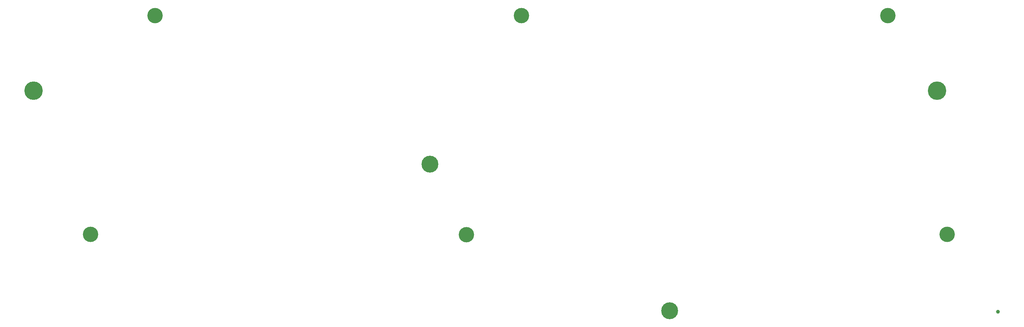
<source format=gbr>
%TF.GenerationSoftware,KiCad,Pcbnew,(5.1.9)-1*%
%TF.CreationDate,2021-10-01T21:54:58+09:00*%
%TF.ProjectId,top,746f702e-6b69-4636-9164-5f7063625858,1*%
%TF.SameCoordinates,Original*%
%TF.FileFunction,Soldermask,Bot*%
%TF.FilePolarity,Negative*%
%FSLAX46Y46*%
G04 Gerber Fmt 4.6, Leading zero omitted, Abs format (unit mm)*
G04 Created by KiCad (PCBNEW (5.1.9)-1) date 2021-10-01 21:54:58*
%MOMM*%
%LPD*%
G01*
G04 APERTURE LIST*
%ADD10C,1.000000*%
%ADD11C,4.000000*%
%ADD12C,4.400000*%
%ADD13C,4.800000*%
G04 APERTURE END LIST*
D10*
%TO.C,Locks*%
X345851000Y-185410000D03*
%TD*%
D11*
%TO.C,HOLE7*%
X126775000Y-108300000D03*
%TD*%
%TO.C,HOLE8*%
X110000000Y-165300000D03*
%TD*%
%TO.C,HOLE9*%
X317275000Y-108300000D03*
%TD*%
%TO.C,HOLE10*%
X332650000Y-165300000D03*
%TD*%
%TO.C,HOLE11*%
X222025000Y-108300000D03*
%TD*%
%TO.C,HOLE12*%
X207738000Y-165400000D03*
%TD*%
D12*
%TO.C,HOLE4*%
X260500000Y-185200000D03*
%TD*%
%TO.C,HOLE3*%
X198200000Y-147000000D03*
%TD*%
D13*
%TO.C,HOLE2*%
X330050000Y-127910000D03*
%TD*%
%TO.C,HOLE1*%
X95200000Y-127900000D03*
%TD*%
M02*

</source>
